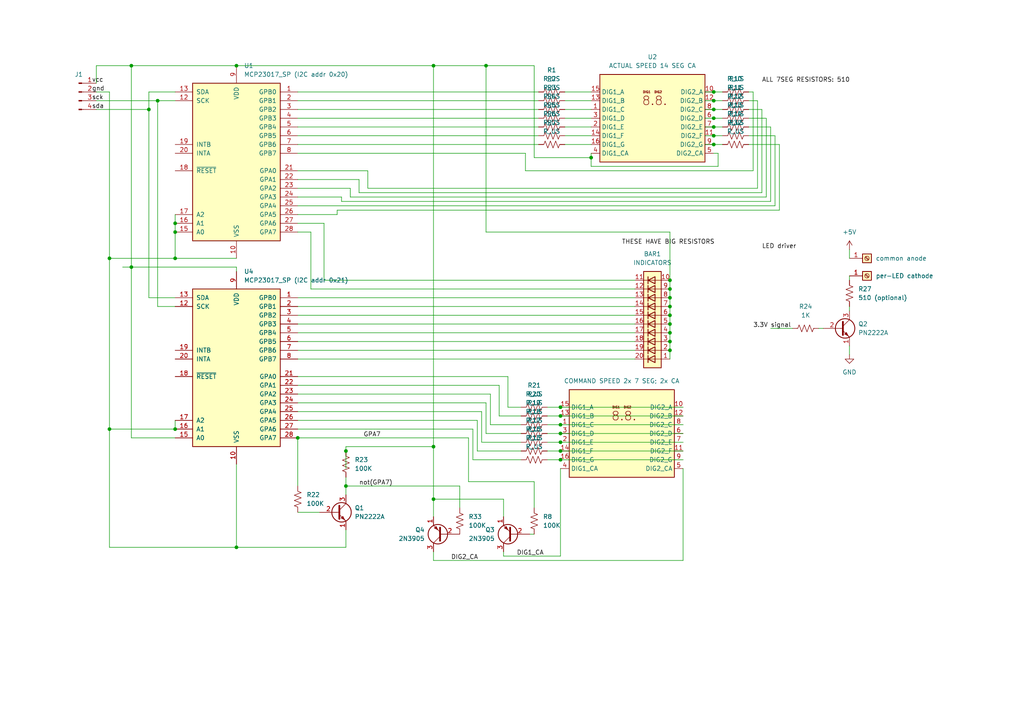
<source format=kicad_sch>
(kicad_sch (version 20230121) (generator eeschema)
  (paper "A4")
  (lib_symbols
    (symbol "Connector:Conn_01x04_Pin" (pin_names (offset 1.016) hide)
      (property "Reference" "J" (at 0 5.08 0))
      (property "Value" "Conn_01x04_Pin" (at 0 -7.62 0))
      (symbol "Conn_01x04_Pin_1_1"
        (polyline (pts (xy 1.27 -5.08) (xy 0.8636 -5.08)) (stroke (width 0.1524)))
        (polyline (pts (xy 1.27 -2.54) (xy 0.8636 -2.54)) (stroke (width 0.1524)))
        (polyline (pts (xy 1.27 0) (xy 0.8636 0)) (stroke (width 0.1524)))
        (polyline (pts (xy 1.27 2.54) (xy 0.8636 2.54)) (stroke (width 0.1524)))
        (rectangle (start 0.8636 -4.953) (end 0 -5.207) (stroke (width 0.1524)) (fill (type outline)))
        (rectangle (start 0.8636 -2.413) (end 0 -2.667) (stroke (width 0.1524)) (fill (type outline)))
        (rectangle (start 0.8636 0.127) (end 0 -0.127) (stroke (width 0.1524)) (fill (type outline)))
        (rectangle (start 0.8636 2.667) (end 0 2.413) (stroke (width 0.1524)) (fill (type outline)))
        (pin passive line (at 5.08 2.54 180) (length 3.81) (name "Pin_1") (number "1"))
        (pin passive line (at 5.08 0 180) (length 3.81) (name "Pin_2") (number "2"))
        (pin passive line (at 5.08 -2.54 180) (length 3.81) (name "Pin_3") (number "3"))
        (pin passive line (at 5.08 -5.08 180) (length 3.81) (name "Pin_4") (number "4"))
      )
    )
    (symbol "Connector:Screw_Terminal_01x01" (pin_names (offset 1.016) hide)
      (property "Reference" "J" (at 0 2.54 0))
      (property "Value" "Screw_Terminal_01x01" (at 0 -2.54 0))
      (symbol "Screw_Terminal_01x01_1_1"
        (rectangle (start -1.27 1.27) (end 1.27 -1.27) (stroke (width 0.254)) (fill (type background)))
        (polyline (pts (xy -0.5334 0.3302) (xy 0.3302 -0.508)) (stroke (width 0.1524)))
        (polyline (pts (xy -0.3556 0.508) (xy 0.508 -0.3302)) (stroke (width 0.1524)))
        (circle (center 0 0) (radius 0.635) (stroke (width 0.1524)))
        (pin passive line (at -5.08 0 0) (length 3.81) (name "Pin_1") (number "1"))
      )
    )
    (symbol "Device:R_US" (pin_numbers hide) (pin_names (offset 0))
      (property "Reference" "R" (at 2.54 0 90))
      (property "Value" "R_US" (at -2.54 0 90))
      (symbol "R_US_0_1"
        (polyline (pts (xy 0 -2.286) (xy 0 -2.54)))
        (polyline (pts (xy 0 2.286) (xy 0 2.54)))
        (polyline (pts (xy 0 -0.762) (xy 1.016 -1.143) (xy 0 -1.524) (xy -1.016 -1.905) (xy 0 -2.286)))
        (polyline (pts (xy 0 0.762) (xy 1.016 0.381) (xy 0 0) (xy -1.016 -0.381) (xy 0 -0.762)))
        (polyline (pts (xy 0 2.286) (xy 1.016 1.905) (xy 0 1.524) (xy -1.016 1.143) (xy 0 0.762)))
      )
      (symbol "R_US_1_1"
        (pin passive line (at 0 3.81 270) (length 1.27) (name "~") (number "1"))
        (pin passive line (at 0 -3.81 90) (length 1.27) (name "~") (number "2"))
      )
    )
    (symbol "Display_Character:DA04-11CGKWA"
      (property "Reference" "U" (at -13.97 13.97 0))
      (property "Value" "DA04-11CGKWA" (at 15.24 13.97 0))
      (symbol "DA04-11CGKWA_0_0"
        (text "8.8." (at 0.635 5.08 0) (effects (font (size 2.54 2.54))))
        (text "DIG1" (at -1.651 7.62 0) (effects (font (size 0.635 0.635))))
        (text "DIG2" (at 1.651 7.62 0) (effects (font (size 0.635 0.635))))
      )
      (symbol "DA04-11CGKWA_0_1"
        (rectangle (start -15.24 12.7) (end 15.24 -12.7) (stroke (width 0.254)) (fill (type background)))
      )
      (symbol "DA04-11CGKWA_1_1"
        (pin input line (at -17.78 2.54 0) (length 2.54) (name "DIG1_C") (number "1"))
        (pin input line (at 17.78 7.62 180) (length 2.54) (name "DIG2_A") (number "10"))
        (pin input line (at 17.78 -5.08 180) (length 2.54) (name "DIG2_F") (number "11"))
        (pin input line (at 17.78 5.08 180) (length 2.54) (name "DIG2_B") (number "12"))
        (pin input line (at -17.78 5.08 0) (length 2.54) (name "DIG1_B") (number "13"))
        (pin input line (at -17.78 -5.08 0) (length 2.54) (name "DIG1_F") (number "14"))
        (pin input line (at -17.78 7.62 0) (length 2.54) (name "DIG1_A") (number "15"))
        (pin input line (at -17.78 -7.62 0) (length 2.54) (name "DIG1_G") (number "16"))
        (pin input line (at -17.78 -2.54 0) (length 2.54) (name "DIG1_E") (number "2"))
        (pin input line (at -17.78 0 0) (length 2.54) (name "DIG1_D") (number "3"))
        (pin input line (at -17.78 -10.16 0) (length 2.54) (name "DIG1_CA") (number "4"))
        (pin input line (at 17.78 -10.16 180) (length 2.54) (name "DIG2_CA") (number "5"))
        (pin input line (at 17.78 0 180) (length 2.54) (name "DIG2_D") (number "6"))
        (pin input line (at 17.78 -2.54 180) (length 2.54) (name "DIG2_E") (number "7"))
        (pin input line (at 17.78 2.54 180) (length 2.54) (name "DIG2_C") (number "8"))
        (pin input line (at 17.78 -7.62 180) (length 2.54) (name "DIG2_G") (number "9"))
      )
    )
    (symbol "Interface_Expansion:MCP23017_SP" (pin_names (offset 1.016))
      (property "Reference" "U" (at -11.43 24.13 0))
      (property "Value" "MCP23017_SP" (at 0 0 0))
      (symbol "MCP23017_SP_0_1"
        (rectangle (start -12.7 22.86) (end 12.7 -22.86) (stroke (width 0.254)) (fill (type background)))
      )
      (symbol "MCP23017_SP_1_1"
        (pin bidirectional line (at 17.78 20.32 180) (length 5.08) (name "GPB0") (number "1"))
        (pin power_in line (at 0 -27.94 90) (length 5.08) (name "VSS") (number "10"))
        (pin no_connect line (at -12.7 15.24 0) (length 5.08) hide (name "NC") (number "11"))
        (pin input line (at -17.78 17.78 0) (length 5.08) (name "SCK") (number "12"))
        (pin bidirectional line (at -17.78 20.32 0) (length 5.08) (name "SDA") (number "13"))
        (pin no_connect line (at -12.7 12.7 0) (length 5.08) hide (name "NC") (number "14"))
        (pin input line (at -17.78 -20.32 0) (length 5.08) (name "A0") (number "15"))
        (pin input line (at -17.78 -17.78 0) (length 5.08) (name "A1") (number "16"))
        (pin input line (at -17.78 -15.24 0) (length 5.08) (name "A2") (number "17"))
        (pin input line (at -17.78 -2.54 0) (length 5.08) (name "~{RESET}") (number "18"))
        (pin tri_state line (at -17.78 5.08 0) (length 5.08) (name "INTB") (number "19"))
        (pin bidirectional line (at 17.78 17.78 180) (length 5.08) (name "GPB1") (number "2"))
        (pin tri_state line (at -17.78 2.54 0) (length 5.08) (name "INTA") (number "20"))
        (pin bidirectional line (at 17.78 -2.54 180) (length 5.08) (name "GPA0") (number "21"))
        (pin bidirectional line (at 17.78 -5.08 180) (length 5.08) (name "GPA1") (number "22"))
        (pin bidirectional line (at 17.78 -7.62 180) (length 5.08) (name "GPA2") (number "23"))
        (pin bidirectional line (at 17.78 -10.16 180) (length 5.08) (name "GPA3") (number "24"))
        (pin bidirectional line (at 17.78 -12.7 180) (length 5.08) (name "GPA4") (number "25"))
        (pin bidirectional line (at 17.78 -15.24 180) (length 5.08) (name "GPA5") (number "26"))
        (pin bidirectional line (at 17.78 -17.78 180) (length 5.08) (name "GPA6") (number "27"))
        (pin bidirectional line (at 17.78 -20.32 180) (length 5.08) (name "GPA7") (number "28"))
        (pin bidirectional line (at 17.78 15.24 180) (length 5.08) (name "GPB2") (number "3"))
        (pin bidirectional line (at 17.78 12.7 180) (length 5.08) (name "GPB3") (number "4"))
        (pin bidirectional line (at 17.78 10.16 180) (length 5.08) (name "GPB4") (number "5"))
        (pin bidirectional line (at 17.78 7.62 180) (length 5.08) (name "GPB5") (number "6"))
        (pin bidirectional line (at 17.78 5.08 180) (length 5.08) (name "GPB6") (number "7"))
        (pin bidirectional line (at 17.78 2.54 180) (length 5.08) (name "GPB7") (number "8"))
        (pin power_in line (at 0 27.94 270) (length 5.08) (name "VDD") (number "9"))
      )
    )
    (symbol "LED:HDSP-4850_2" (pin_names (offset 1.016) hide)
      (property "Reference" "BAR" (at 0 15.24 0))
      (property "Value" "HDSP-4850_2" (at 0 -17.78 0))
      (symbol "HDSP-4850_2_0_1"
        (rectangle (start -2.54 12.7) (end 2.54 -15.24) (stroke (width 0.254)) (fill (type background)))
        (polyline (pts (xy -2.54 -12.7) (xy 2.54 -12.7)))
        (polyline (pts (xy -2.54 -10.16) (xy 2.54 -10.16)))
        (polyline (pts (xy -2.54 -7.62) (xy 2.54 -7.62)))
        (polyline (pts (xy -2.54 -5.08) (xy 2.54 -5.08)))
        (polyline (pts (xy -2.54 0) (xy 2.54 0)))
        (polyline (pts (xy -2.54 5.08) (xy 2.54 5.08)))
        (polyline (pts (xy -2.54 7.62) (xy 2.54 7.62)))
        (polyline (pts (xy -2.54 10.16) (xy 2.54 10.16)))
        (polyline (pts (xy 1.27 -11.684) (xy 1.27 -13.716)) (stroke (width 0.254)))
        (polyline (pts (xy 1.27 -9.144) (xy 1.27 -11.176)) (stroke (width 0.254)))
        (polyline (pts (xy 1.27 -6.604) (xy 1.27 -8.636)) (stroke (width 0.254)))
        (polyline (pts (xy 1.27 -4.064) (xy 1.27 -6.096)) (stroke (width 0.254)))
        (polyline (pts (xy 1.27 -1.524) (xy 1.27 -3.556)) (stroke (width 0.254)))
        (polyline (pts (xy 1.27 1.016) (xy 1.27 -1.016)) (stroke (width 0.254)))
        (polyline (pts (xy 1.27 3.556) (xy 1.27 1.524)) (stroke (width 0.254)))
        (polyline (pts (xy 1.27 6.096) (xy 1.27 4.064)) (stroke (width 0.254)))
        (polyline (pts (xy 1.27 8.636) (xy 1.27 6.604)) (stroke (width 0.254)))
        (polyline (pts (xy 1.27 11.176) (xy 1.27 9.144)) (stroke (width 0.254)))
        (polyline (pts (xy 2.54 -2.54) (xy -2.54 -2.54)))
        (polyline (pts (xy 2.54 2.54) (xy -2.54 2.54)))
        (polyline (pts (xy -0.762 -11.684) (xy -0.762 -13.716) (xy 1.27 -12.7) (xy -0.762 -11.684)) (stroke (width 0.254)))
        (polyline (pts (xy -0.762 -9.144) (xy -0.762 -11.176) (xy 1.27 -10.16) (xy -0.762 -9.144)) (stroke (width 0.254)))
        (polyline (pts (xy -0.762 -6.604) (xy -0.762 -8.636) (xy 1.27 -7.62) (xy -0.762 -6.604)) (stroke (width 0.254)))
        (polyline (pts (xy -0.762 -4.064) (xy -0.762 -6.096) (xy 1.27 -5.08) (xy -0.762 -4.064)) (stroke (width 0.254)))
        (polyline (pts (xy -0.762 -1.524) (xy -0.762 -3.556) (xy 1.27 -2.54) (xy -0.762 -1.524)) (stroke (width 0.254)))
        (polyline (pts (xy -0.762 1.016) (xy -0.762 -1.016) (xy 1.27 0) (xy -0.762 1.016)) (stroke (width 0.254)))
        (polyline (pts (xy -0.762 3.556) (xy -0.762 1.524) (xy 1.27 2.54) (xy -0.762 3.556)) (stroke (width 0.254)))
        (polyline (pts (xy -0.762 6.096) (xy -0.762 4.064) (xy 1.27 5.08) (xy -0.762 6.096)) (stroke (width 0.254)))
        (polyline (pts (xy -0.762 8.636) (xy -0.762 6.604) (xy 1.27 7.62) (xy -0.762 8.636)) (stroke (width 0.254)))
        (polyline (pts (xy -0.762 11.176) (xy -0.762 9.144) (xy 1.27 10.16) (xy -0.762 11.176)) (stroke (width 0.254)))
      )
      (symbol "HDSP-4850_2_1_1"
        (pin passive line (at -5.08 10.16 0) (length 2.54) (name "A") (number "1"))
        (pin passive line (at -5.08 -12.7 0) (length 2.54) (name "A") (number "10"))
        (pin passive line (at 5.08 -12.7 180) (length 2.54) (name "K") (number "11"))
        (pin passive line (at 5.08 -10.16 180) (length 2.54) (name "K") (number "12"))
        (pin passive line (at 5.08 -7.62 180) (length 2.54) (name "K") (number "13"))
        (pin passive line (at 5.08 -5.08 180) (length 2.54) (name "K") (number "14"))
        (pin passive line (at 5.08 -2.54 180) (length 2.54) (name "K") (number "15"))
        (pin passive line (at 5.08 0 180) (length 2.54) (name "K") (number "16"))
        (pin passive line (at 5.08 2.54 180) (length 2.54) (name "K") (number "17"))
        (pin passive line (at 5.08 5.08 180) (length 2.54) (name "K") (number "18"))
        (pin passive line (at 5.08 7.62 180) (length 2.54) (name "K") (number "19"))
        (pin passive line (at -5.08 7.62 0) (length 2.54) (name "A") (number "2"))
        (pin passive line (at 5.08 10.16 180) (length 2.54) (name "K") (number "20"))
        (pin passive line (at -5.08 5.08 0) (length 2.54) (name "A") (number "3"))
        (pin passive line (at -5.08 2.54 0) (length 2.54) (name "A") (number "4"))
        (pin passive line (at -5.08 0 0) (length 2.54) (name "A") (number "5"))
        (pin passive line (at -5.08 -2.54 0) (length 2.54) (name "A") (number "6"))
        (pin passive line (at -5.08 -5.08 0) (length 2.54) (name "A") (number "7"))
        (pin passive line (at -5.08 -7.62 0) (length 2.54) (name "A") (number "8"))
        (pin passive line (at -5.08 -10.16 0) (length 2.54) (name "A") (number "9"))
      )
    )
    (symbol "Transistor_BJT:2N3905" (pin_names (offset 0) hide)
      (property "Reference" "Q" (at 5.08 1.905 0))
      (property "Value" "2N3905" (at 5.08 0 0))
      (symbol "2N3905_0_1"
        (polyline (pts (xy 0.635 0.635) (xy 2.54 2.54)))
        (polyline (pts (xy 0.635 -0.635) (xy 2.54 -2.54) (xy 2.54 -2.54)))
        (polyline (pts (xy 0.635 1.905) (xy 0.635 -1.905) (xy 0.635 -1.905)) (stroke (width 0.508)))
        (polyline (pts (xy 2.286 -1.778) (xy 1.778 -2.286) (xy 1.27 -1.27) (xy 2.286 -1.778) (xy 2.286 -1.778)) (fill (type outline)))
        (circle (center 1.27 0) (radius 2.8194) (stroke (width 0.254)))
      )
      (symbol "2N3905_1_1"
        (pin passive line (at 2.54 -5.08 90) (length 2.54) (name "E") (number "1"))
        (pin input line (at -5.08 0 0) (length 5.715) (name "B") (number "2"))
        (pin passive line (at 2.54 5.08 270) (length 2.54) (name "C") (number "3"))
      )
    )
    (symbol "Transistor_BJT:PN2222A" (pin_names (offset 0) hide)
      (property "Reference" "Q" (at 5.08 1.905 0))
      (property "Value" "PN2222A" (at 5.08 0 0))
      (symbol "PN2222A_0_1"
        (polyline (pts (xy 0 0) (xy 0.635 0)))
        (polyline (pts (xy 2.54 -2.54) (xy 0.635 -0.635)))
        (polyline (pts (xy 2.54 2.54) (xy 0.635 0.635)))
        (polyline (pts (xy 0.635 1.905) (xy 0.635 -1.905) (xy 0.635 -1.905)) (stroke (width 0.508)))
        (polyline (pts (xy 2.413 -2.413) (xy 1.905 -1.905) (xy 1.905 -1.905)))
        (polyline (pts (xy 1.143 -1.651) (xy 1.651 -1.143) (xy 2.159 -2.159) (xy 1.143 -1.651) (xy 1.143 -1.651)) (fill (type outline)))
        (circle (center 1.27 0) (radius 2.8194) (stroke (width 0.254)))
      )
      (symbol "PN2222A_1_1"
        (pin passive line (at 2.54 -5.08 90) (length 2.54) (name "E") (number "1"))
        (pin input line (at -5.08 0 0) (length 5.08) (name "B") (number "2"))
        (pin passive line (at 2.54 5.08 270) (length 2.54) (name "C") (number "3"))
      )
    )
    (symbol "power:+5V" (power) (pin_names (offset 0))
      (property "Value" "+5V" (at 0 3.556 0))
      (symbol "+5V_0_1"
        (polyline (pts (xy -0.762 1.27) (xy 0 2.54)))
        (polyline (pts (xy 0 0) (xy 0 2.54)))
        (polyline (pts (xy 0 2.54) (xy 0.762 1.27)))
      )
      (symbol "+5V_1_1"
        (pin power_in line (at 0 0 90) (length 0) hide (name "+5V") (number "1"))
      )
    )
    (symbol "power:GND" (power) (pin_names (offset 0))
      (property "Value" "GND" (at 0 -3.81 0))
      (symbol "GND_0_1"
        (polyline (pts (xy 0 0) (xy 0 -1.27) (xy 1.27 -1.27) (xy 0 -2.54) (xy -1.27 -1.27) (xy 0 -1.27)))
      )
      (symbol "GND_1_1"
        (pin power_in line (at 0 0 270) (length 0) hide (name "GND") (number "1"))
      )
    )
  )
  (junction (at 68.58 158.75))
  (junction (at 162.56 118.11))
  (junction (at 207.01 31.75))
  (junction (at 194.31 88.9))
  (junction (at 162.56 125.73))
  (junction (at 50.8 64.77))
  (junction (at 207.01 26.67))
  (junction (at 100.33 130.81))
  (junction (at 38.1 77.47))
  (junction (at 162.56 120.65))
  (junction (at 207.01 39.37))
  (junction (at 125.73 144.78))
  (junction (at 207.01 41.91))
  (junction (at 207.01 36.83))
  (junction (at 38.1 19.05))
  (junction (at 194.31 96.52))
  (junction (at 162.56 130.81))
  (junction (at 50.8 74.93))
  (junction (at 207.01 29.21))
  (junction (at 194.31 99.06))
  (junction (at 162.56 133.35))
  (junction (at 50.8 67.31))
  (junction (at 162.56 128.27))
  (junction (at 68.58 19.05))
  (junction (at 194.31 83.82))
  (junction (at 31.75 124.46))
  (junction (at 207.01 34.29))
  (junction (at 194.31 81.28))
  (junction (at 194.31 101.6))
  (junction (at 194.31 86.36))
  (junction (at 194.31 91.44))
  (junction (at 140.97 19.05))
  (junction (at 162.56 123.19))
  (junction (at 194.31 93.98))
  (junction (at 50.8 124.46))
  (junction (at 45.72 29.21))
  (junction (at 171.45 45.72))
  (junction (at 31.75 74.93))
  (junction (at 125.73 129.54))
  (junction (at 86.36 127))
  (junction (at 43.18 31.75))
  (junction (at 100.33 140.97))
  (junction (at 125.73 19.05))
  (wire (pts (xy 86.36 44.45) (xy 152.4 44.45)))
  (wire (pts (xy 194.31 96.52) (xy 194.31 99.06)))
  (wire (pts (xy 90.17 83.82) (xy 184.15 83.82)))
  (wire (pts (xy 86.36 127) (xy 86.36 140.97)))
  (wire (pts (xy 217.17 41.91) (xy 226.06 41.91)))
  (wire (pts (xy 38.1 127) (xy 38.1 77.47)))
  (wire (pts (xy 50.8 64.77) (xy 50.8 67.31)))
  (wire (pts (xy 86.36 59.69) (xy 224.79 59.69)))
  (wire (pts (xy 137.16 124.46) (xy 86.36 124.46)))
  (wire (pts (xy 207.01 34.29) (xy 209.55 34.29)))
  (wire (pts (xy 204.47 29.21) (xy 207.01 29.21)))
  (wire (pts (xy 100.33 138.43) (xy 100.33 140.97)))
  (wire (pts (xy 147.32 118.11) (xy 147.32 109.22)))
  (wire (pts (xy 38.1 77.47) (xy 35.56 77.47)))
  (wire (pts (xy 45.72 29.21) (xy 50.8 29.21)))
  (wire (pts (xy 246.38 90.17) (xy 246.38 88.9)))
  (wire (pts (xy 162.56 123.19) (xy 198.12 123.19)))
  (wire (pts (xy 152.4 44.45) (xy 152.4 49.53)))
  (wire (pts (xy 138.43 130.81) (xy 151.13 130.81)))
  (wire (pts (xy 204.47 36.83) (xy 207.01 36.83)))
  (wire (pts (xy 125.73 129.54) (xy 125.73 144.78)))
  (wire (pts (xy 137.16 133.35) (xy 151.13 133.35)))
  (wire (pts (xy 207.01 29.21) (xy 209.55 29.21)))
  (wire (pts (xy 162.56 118.11) (xy 198.12 118.11)))
  (wire (pts (xy 204.47 41.91) (xy 207.01 41.91)))
  (wire (pts (xy 194.31 83.82) (xy 194.31 86.36)))
  (wire (pts (xy 163.83 39.37) (xy 171.45 39.37)))
  (wire (pts (xy 142.24 123.19) (xy 151.13 123.19)))
  (wire (pts (xy 31.75 124.46) (xy 31.75 158.75)))
  (wire (pts (xy 246.38 81.28) (xy 246.38 80.01)))
  (wire (pts (xy 139.7 128.27) (xy 151.13 128.27)))
  (wire (pts (xy 106.68 54.61) (xy 219.71 54.61)))
  (wire (pts (xy 133.35 147.32) (xy 133.35 140.97)))
  (wire (pts (xy 147.32 118.11) (xy 151.13 118.11)))
  (wire (pts (xy 207.01 36.83) (xy 209.55 36.83)))
  (wire (pts (xy 86.36 127) (xy 135.89 127)))
  (wire (pts (xy 125.73 162.56) (xy 198.12 162.56)))
  (wire (pts (xy 246.38 100.33) (xy 246.38 102.87)))
  (wire (pts (xy 101.6 57.15) (xy 222.25 57.15)))
  (wire (pts (xy 31.75 74.93) (xy 31.75 26.67)))
  (wire (pts (xy 125.73 160.02) (xy 125.73 162.56)))
  (wire (pts (xy 220.98 31.75) (xy 220.98 55.88)))
  (wire (pts (xy 50.8 121.92) (xy 50.8 124.46)))
  (wire (pts (xy 223.52 36.83) (xy 223.52 58.42)))
  (wire (pts (xy 224.79 39.37) (xy 224.79 59.69)))
  (wire (pts (xy 99.06 58.42) (xy 99.06 57.15)))
  (wire (pts (xy 50.8 127) (xy 38.1 127)))
  (wire (pts (xy 146.05 161.29) (xy 162.56 161.29)))
  (wire (pts (xy 86.36 86.36) (xy 184.15 86.36)))
  (wire (pts (xy 100.33 130.81) (xy 100.33 135.89)))
  (wire (pts (xy 207.01 41.91) (xy 209.55 41.91)))
  (wire (pts (xy 135.89 139.7) (xy 154.94 139.7)))
  (wire (pts (xy 144.78 111.76) (xy 144.78 120.65)))
  (wire (pts (xy 86.36 67.31) (xy 90.17 67.31)))
  (wire (pts (xy 38.1 77.47) (xy 68.58 77.47)))
  (wire (pts (xy 163.83 41.91) (xy 171.45 41.91)))
  (wire (pts (xy 86.36 116.84) (xy 140.97 116.84)))
  (wire (pts (xy 101.6 54.61) (xy 86.36 54.61)))
  (wire (pts (xy 158.75 118.11) (xy 162.56 118.11)))
  (wire (pts (xy 207.01 44.45) (xy 208.28 44.45)))
  (wire (pts (xy 204.47 34.29) (xy 207.01 34.29)))
  (wire (pts (xy 194.31 67.31) (xy 140.97 67.31)))
  (wire (pts (xy 50.8 62.23) (xy 50.8 64.77)))
  (wire (pts (xy 125.73 144.78) (xy 125.73 149.86)))
  (wire (pts (xy 140.97 67.31) (xy 140.97 19.05)))
  (wire (pts (xy 68.58 158.75) (xy 68.58 134.62)))
  (wire (pts (xy 97.79 60.96) (xy 97.79 62.23)))
  (wire (pts (xy 162.56 133.35) (xy 198.12 133.35)))
  (wire (pts (xy 218.44 26.67) (xy 218.44 49.53)))
  (wire (pts (xy 43.18 31.75) (xy 43.18 86.36)))
  (wire (pts (xy 100.33 153.67) (xy 100.33 158.75)))
  (wire (pts (xy 86.36 93.98) (xy 184.15 93.98)))
  (wire (pts (xy 139.7 119.38) (xy 86.36 119.38)))
  (wire (pts (xy 140.97 116.84) (xy 140.97 125.73)))
  (wire (pts (xy 162.56 128.27) (xy 198.12 128.27)))
  (wire (pts (xy 142.24 114.3) (xy 86.36 114.3)))
  (wire (pts (xy 99.06 58.42) (xy 223.52 58.42)))
  (wire (pts (xy 207.01 31.75) (xy 209.55 31.75)))
  (wire (pts (xy 93.98 64.77) (xy 86.36 64.77)))
  (wire (pts (xy 86.36 88.9) (xy 184.15 88.9)))
  (wire (pts (xy 146.05 160.02) (xy 146.05 161.29)))
  (wire (pts (xy 27.94 19.05) (xy 38.1 19.05)))
  (wire (pts (xy 144.78 120.65) (xy 151.13 120.65)))
  (wire (pts (xy 50.8 26.67) (xy 43.18 26.67)))
  (wire (pts (xy 97.79 60.96) (xy 226.06 60.96)))
  (wire (pts (xy 68.58 74.93) (xy 50.8 74.93)))
  (wire (pts (xy 137.16 133.35) (xy 137.16 124.46)))
  (wire (pts (xy 31.75 74.93) (xy 50.8 74.93)))
  (wire (pts (xy 68.58 19.05) (xy 125.73 19.05)))
  (wire (pts (xy 86.36 41.91) (xy 156.21 41.91)))
  (wire (pts (xy 147.32 109.22) (xy 86.36 109.22)))
  (wire (pts (xy 223.52 95.25) (xy 229.87 95.25)))
  (wire (pts (xy 68.58 77.47) (xy 68.58 78.74)))
  (wire (pts (xy 171.45 48.26) (xy 171.45 45.72)))
  (wire (pts (xy 133.35 140.97) (xy 100.33 140.97)))
  (wire (pts (xy 31.75 124.46) (xy 50.8 124.46)))
  (wire (pts (xy 194.31 81.28) (xy 194.31 67.31)))
  (wire (pts (xy 86.36 26.67) (xy 156.21 26.67)))
  (wire (pts (xy 125.73 19.05) (xy 125.73 129.54)))
  (wire (pts (xy 222.25 34.29) (xy 222.25 57.15)))
  (wire (pts (xy 38.1 19.05) (xy 38.1 77.47)))
  (wire (pts (xy 100.33 143.51) (xy 100.33 140.97)))
  (wire (pts (xy 135.89 127) (xy 135.89 139.7)))
  (wire (pts (xy 198.12 135.89) (xy 198.12 162.56)))
  (wire (pts (xy 142.24 123.19) (xy 142.24 114.3)))
  (wire (pts (xy 171.45 44.45) (xy 171.45 45.72)))
  (wire (pts (xy 163.83 31.75) (xy 171.45 31.75)))
  (wire (pts (xy 217.17 36.83) (xy 223.52 36.83)))
  (wire (pts (xy 158.75 125.73) (xy 162.56 125.73)))
  (wire (pts (xy 207.01 26.67) (xy 209.55 26.67)))
  (wire (pts (xy 86.36 111.76) (xy 144.78 111.76)))
  (wire (pts (xy 125.73 144.78) (xy 146.05 144.78)))
  (wire (pts (xy 154.94 19.05) (xy 154.94 45.72)))
  (wire (pts (xy 237.49 95.25) (xy 238.76 95.25)))
  (wire (pts (xy 27.94 19.05) (xy 27.94 24.13)))
  (wire (pts (xy 158.75 133.35) (xy 162.56 133.35)))
  (wire (pts (xy 27.94 31.75) (xy 43.18 31.75)))
  (wire (pts (xy 226.06 41.91) (xy 226.06 60.96)))
  (wire (pts (xy 86.36 96.52) (xy 184.15 96.52)))
  (wire (pts (xy 194.31 86.36) (xy 194.31 88.9)))
  (wire (pts (xy 50.8 67.31) (xy 50.8 74.93)))
  (wire (pts (xy 163.83 36.83) (xy 171.45 36.83)))
  (wire (pts (xy 162.56 125.73) (xy 198.12 125.73)))
  (wire (pts (xy 93.98 81.28) (xy 184.15 81.28)))
  (wire (pts (xy 125.73 19.05) (xy 140.97 19.05)))
  (wire (pts (xy 163.83 26.67) (xy 171.45 26.67)))
  (wire (pts (xy 106.68 49.53) (xy 86.36 49.53)))
  (wire (pts (xy 194.31 101.6) (xy 194.31 104.14)))
  (wire (pts (xy 163.83 34.29) (xy 171.45 34.29)))
  (wire (pts (xy 27.94 29.21) (xy 45.72 29.21)))
  (wire (pts (xy 162.56 120.65) (xy 198.12 120.65)))
  (wire (pts (xy 92.71 148.59) (xy 86.36 148.59)))
  (wire (pts (xy 31.75 74.93) (xy 31.75 124.46)))
  (wire (pts (xy 86.36 39.37) (xy 156.21 39.37)))
  (wire (pts (xy 31.75 158.75) (xy 68.58 158.75)))
  (wire (pts (xy 208.28 48.26) (xy 171.45 48.26)))
  (wire (pts (xy 163.83 29.21) (xy 171.45 29.21)))
  (wire (pts (xy 204.47 31.75) (xy 207.01 31.75)))
  (wire (pts (xy 158.75 120.65) (xy 162.56 120.65)))
  (wire (pts (xy 158.75 123.19) (xy 162.56 123.19)))
  (wire (pts (xy 217.17 34.29) (xy 222.25 34.29)))
  (wire (pts (xy 194.31 91.44) (xy 194.31 93.98)))
  (wire (pts (xy 219.71 29.21) (xy 219.71 54.61)))
  (wire (pts (xy 86.36 99.06) (xy 184.15 99.06)))
  (wire (pts (xy 246.38 72.39) (xy 246.38 74.93)))
  (wire (pts (xy 101.6 54.61) (xy 101.6 57.15)))
  (wire (pts (xy 139.7 128.27) (xy 139.7 119.38)))
  (wire (pts (xy 50.8 88.9) (xy 45.72 88.9)))
  (wire (pts (xy 154.94 154.94) (xy 153.67 154.94)))
  (wire (pts (xy 86.36 104.14) (xy 184.15 104.14)))
  (wire (pts (xy 146.05 144.78) (xy 146.05 149.86)))
  (wire (pts (xy 204.47 39.37) (xy 207.01 39.37)))
  (wire (pts (xy 43.18 26.67) (xy 43.18 31.75)))
  (wire (pts (xy 104.14 52.07) (xy 86.36 52.07)))
  (wire (pts (xy 38.1 19.05) (xy 68.58 19.05)))
  (wire (pts (xy 97.79 62.23) (xy 86.36 62.23)))
  (wire (pts (xy 217.17 29.21) (xy 219.71 29.21)))
  (wire (pts (xy 86.36 121.92) (xy 138.43 121.92)))
  (wire (pts (xy 104.14 55.88) (xy 220.98 55.88)))
  (wire (pts (xy 100.33 158.75) (xy 68.58 158.75)))
  (wire (pts (xy 194.31 88.9) (xy 194.31 91.44)))
  (wire (pts (xy 100.33 129.54) (xy 125.73 129.54)))
  (wire (pts (xy 86.36 36.83) (xy 156.21 36.83)))
  (wire (pts (xy 90.17 67.31) (xy 90.17 83.82)))
  (wire (pts (xy 208.28 44.45) (xy 208.28 48.26)))
  (wire (pts (xy 194.31 99.06) (xy 194.31 101.6)))
  (wire (pts (xy 154.94 139.7) (xy 154.94 147.32)))
  (wire (pts (xy 43.18 86.36) (xy 50.8 86.36)))
  (wire (pts (xy 140.97 19.05) (xy 154.94 19.05)))
  (wire (pts (xy 104.14 55.88) (xy 104.14 52.07)))
  (wire (pts (xy 86.36 31.75) (xy 156.21 31.75)))
  (wire (pts (xy 86.36 91.44) (xy 184.15 91.44)))
  (wire (pts (xy 162.56 130.81) (xy 198.12 130.81)))
  (wire (pts (xy 45.72 88.9) (xy 45.72 29.21)))
  (wire (pts (xy 218.44 26.67) (xy 217.17 26.67)))
  (wire (pts (xy 204.47 26.67) (xy 207.01 26.67)))
  (wire (pts (xy 158.75 128.27) (xy 162.56 128.27)))
  (wire (pts (xy 207.01 39.37) (xy 209.55 39.37)))
  (wire (pts (xy 162.56 161.29) (xy 162.56 135.89)))
  (wire (pts (xy 194.31 81.28) (xy 194.31 83.82)))
  (wire (pts (xy 86.36 29.21) (xy 156.21 29.21)))
  (wire (pts (xy 158.75 130.81) (xy 162.56 130.81)))
  (wire (pts (xy 217.17 39.37) (xy 224.79 39.37)))
  (wire (pts (xy 138.43 121.92) (xy 138.43 130.81)))
  (wire (pts (xy 86.36 34.29) (xy 156.21 34.29)))
  (wire (pts (xy 99.06 57.15) (xy 86.36 57.15)))
  (wire (pts (xy 93.98 81.28) (xy 93.98 64.77)))
  (wire (pts (xy 217.17 31.75) (xy 220.98 31.75)))
  (wire (pts (xy 194.31 93.98) (xy 194.31 96.52)))
  (wire (pts (xy 106.68 49.53) (xy 106.68 54.61)))
  (wire (pts (xy 140.97 125.73) (xy 151.13 125.73)))
  (wire (pts (xy 100.33 129.54) (xy 100.33 130.81)))
  (wire (pts (xy 154.94 45.72) (xy 171.45 45.72)))
  (wire (pts (xy 152.4 49.53) (xy 218.44 49.53)))
  (wire (pts (xy 86.36 101.6) (xy 184.15 101.6)))
  (wire (pts (xy 31.75 26.67) (xy 27.94 26.67)))
  (label "LED driver" (at 220.98 72.39 0))
  (label "DIG2_CA" (at 130.81 162.56 0))
  (label "sck" (at 26.67 29.21 0))
  (label "ALL 7SEG RESISTORS: 510" (at 220.98 24.13 0))
  (label "DIG1_CA" (at 149.86 161.29 0))
  (label "not(GPA7)" (at 104.14 140.97 0))
  (label "gnd" (at 26.67 26.67 0))
  (label "3.3V signal" (at 218.44 95.25 0))
  (label "GPA7" (at 105.41 127 0))
  (label "sda" (at 26.67 31.75 0))
  (label "vcc" (at 26.67 24.13 0))
  (label "THESE HAVE BIG RESISTORS" (at 180.34 71.12 0))
  (symbol (lib_id "LED:HDSP-4850_2") (at 189.23 93.98 180) (unit 1)
    (property "Reference" "BAR1" (at 189.23 73.66 0))
    (property "Value" "INDICATORS" (at 189.23 76.2 0))
    (property "Footprint" "Display:HDSP-4850" (effects hide))
    (property "Datasheet" "https://docs.broadcom.com/docs/AV02-1798EN" (effects hide))
  )
  (symbol (lib_id "Device:R_US") (at 213.36 41.91 90) (unit 1)
    (property "Reference" "R32" (at 213.36 35.56 90))
    (property "Value" "R_US" (at 213.36 38.1 90))
  )
  (symbol (lib_id "Device:R_US") (at 100.33 134.62 0) (unit 1)
    (property "Reference" "R23" (at 102.87 133.35 0) (effects (justify left)))
    (property "Value" "100K" (at 102.87 135.89 0) (effects (justify left)))
  )
  (symbol (lib_id "Device:R_US") (at 154.94 118.11 90) (unit 1)
    (property "Reference" "R21" (at 154.94 111.76 90))
    (property "Value" "R_US" (at 154.94 114.3 90))
  )
  (symbol (lib_id "Device:R_US") (at 160.02 31.75 90) (unit 1)
    (property "Reference" "R3" (at 160.02 25.4 90))
    (property "Value" "R_US" (at 160.02 27.94 90))
  )
  (symbol (lib_id "Device:R_US") (at 154.94 120.65 90) (unit 1)
    (property "Reference" "R20" (at 154.94 114.3 90))
    (property "Value" "R_US" (at 154.94 116.84 90))
  )
  (symbol (lib_id "Device:R_US") (at 154.94 123.19 90) (unit 1)
    (property "Reference" "R19" (at 154.94 116.84 90))
    (property "Value" "R_US" (at 154.94 119.38 90))
  )
  (symbol (lib_id "Device:R_US") (at 154.94 151.13 0) (unit 1)
    (property "Reference" "R8" (at 157.48 149.86 0) (effects (justify left)))
    (property "Value" "100K" (at 157.48 152.4 0) (effects (justify left)))
  )
  (symbol (lib_id "Transistor_BJT:PN2222A") (at 97.79 148.59 0) (unit 1)
    (property "Reference" "Q1" (at 102.87 147.32 0) (effects (justify left)))
    (property "Value" "PN2222A" (at 102.87 149.86 0) (effects (justify left)))
    (property "Footprint" "Package_TO_SOT_THT:TO-92_Inline" (effects hide))
    (property "Datasheet" "https://www.onsemi.com/pub/Collateral/PN2222-D.PDF" (effects hide))
  )
  (symbol (lib_id "Display_Character:DA04-11CGKWA") (at 189.23 34.29 0) (unit 1)
    (property "Reference" "U2" (at 189.23 16.51 0))
    (property "Value" "ACTUAL SPEED 14 SEG CA" (at 189.23 19.05 0))
    (property "Footprint" "Display_7Segment:DA04-11CGKWA" (effects hide))
    (property "Datasheet" "http://www.kingbright.com/attachments/file/psearch/000/00/00/DA04-11CGKWA(Ver.6A).pdf" (effects hide))
  )
  (symbol (lib_id "Device:R_US") (at 133.35 151.13 0) (unit 1)
    (property "Reference" "R33" (at 135.89 149.86 0) (effects (justify left)))
    (property "Value" "100K" (at 135.89 152.4 0) (effects (justify left)))
  )
  (symbol (lib_id "Device:R_US") (at 213.36 29.21 90) (unit 1)
    (property "Reference" "R10" (at 213.36 22.86 90))
    (property "Value" "R_US" (at 213.36 25.4 90))
  )
  (symbol (lib_id "Device:R_US") (at 160.02 41.91 90) (unit 1)
    (property "Reference" "R7" (at 160.02 35.56 90))
    (property "Value" "R_US" (at 160.02 38.1 90))
  )
  (symbol (lib_id "Display_Character:DA04-11CGKWA") (at 180.34 125.73 0) (unit 1)
    (property "Reference" "U3" (effects hide))
    (property "Value" "COMMAND SPEED 2x 7 SEG; 2x CA" (at 180.34 110.49 0))
    (property "Footprint" "Display_7Segment:DA04-11CGKWA" (effects hide))
    (property "Datasheet" "http://www.kingbright.com/attachments/file/psearch/000/00/00/DA04-11CGKWA(Ver.6A).pdf" (effects hide))
  )
  (symbol (lib_id "Device:R_US") (at 213.36 26.67 90) (unit 1)
    (property "Reference" "R9" (effects hide))
    (property "Value" "R_US" (at 213.36 22.86 90))
  )
  (symbol (lib_id "Device:R_US") (at 154.94 125.73 90) (unit 1)
    (property "Reference" "R18" (at 154.94 119.38 90))
    (property "Value" "R_US" (at 154.94 121.92 90))
  )
  (symbol (lib_id "Connector:Conn_01x04_Pin") (at 22.86 26.67 0) (unit 1)
    (property "Reference" "J1" (at 22.86 21.59 0))
    (property "Value" "Conn_01x04_Pin" (effects hide))
  )
  (symbol (lib_id "Device:R_US") (at 86.36 144.78 0) (unit 1)
    (property "Reference" "R22" (at 88.9 143.51 0) (effects (justify left)))
    (property "Value" "100K" (at 88.9 146.05 0) (effects (justify left)))
  )
  (symbol (lib_id "Device:R_US") (at 246.38 85.09 180) (unit 1)
    (property "Reference" "R27" (at 248.92 83.82 0) (effects (justify right)))
    (property "Value" "510 (optional)" (at 248.92 86.36 0) (effects (justify right)))
  )
  (symbol (lib_id "Device:R_US") (at 213.36 36.83 90) (unit 1)
    (property "Reference" "R13" (at 213.36 30.48 90))
    (property "Value" "R_US" (at 213.36 33.02 90))
  )
  (symbol (lib_id "Device:R_US") (at 154.94 130.81 90) (unit 1)
    (property "Reference" "R16" (at 154.94 124.46 90))
    (property "Value" "R_US" (at 154.94 127 90))
  )
  (symbol (lib_id "power:GND") (at 246.38 102.87 0) (unit 1)
    (property "Reference" "#PWR01" (effects hide))
    (property "Value" "GND" (at 246.38 107.95 0))
  )
  (symbol (lib_id "Device:R_US") (at 213.36 31.75 90) (unit 1)
    (property "Reference" "R11" (at 213.36 25.4 90))
    (property "Value" "R_US" (at 213.36 27.94 90))
  )
  (symbol (lib_id "Device:R_US") (at 233.68 95.25 90) (unit 1)
    (property "Reference" "R24" (at 233.68 88.9 90))
    (property "Value" "1K" (at 233.68 91.44 90))
  )
  (symbol (lib_id "Device:R_US") (at 160.02 36.83 90) (unit 1)
    (property "Reference" "R5" (at 160.02 30.48 90))
    (property "Value" "R_US" (at 160.02 33.02 90))
  )
  (symbol (lib_id "Transistor_BJT:2N3905") (at 148.59 154.94 180) (unit 1)
    (property "Reference" "Q3" (at 143.51 153.67 0) (effects (justify left)))
    (property "Value" "2N3905" (at 143.51 156.21 0) (effects (justify left)))
    (property "Footprint" "Package_TO_SOT_THT:TO-92_Inline" (effects hide))
    (property "Datasheet" "https://www.nteinc.com/specs/original/2N3905_06.pdf" (effects hide))
  )
  (symbol (lib_id "Device:R_US") (at 213.36 39.37 90) (unit 1)
    (property "Reference" "R14" (at 213.36 33.02 90))
    (property "Value" "R_US" (at 213.36 35.56 90))
  )
  (symbol (lib_id "Interface_Expansion:MCP23017_SP") (at 68.58 106.68 0) (unit 1)
    (property "Reference" "U4" (at 70.7741 78.74 0) (effects (justify left)))
    (property "Value" "MCP23017_SP (I2C addr 0x21)" (at 70.7741 81.28 0) (effects (justify left)))
    (property "Footprint" "Package_DIP:DIP-28_W7.62mm" (effects hide))
    (property "Datasheet" "http://ww1.microchip.com/downloads/en/DeviceDoc/20001952C.pdf" (effects hide))
  )
  (symbol (lib_id "Device:R_US") (at 160.02 26.67 90) (unit 1)
    (property "Reference" "R1" (at 160.02 20.32 90))
    (property "Value" "R_US" (at 160.02 22.86 90))
  )
  (symbol (lib_id "Device:R_US") (at 160.02 34.29 90) (unit 1)
    (property "Reference" "R4" (at 160.02 27.94 90))
    (property "Value" "R_US" (at 160.02 30.48 90))
  )
  (symbol (lib_id "Device:R_US") (at 160.02 39.37 90) (unit 1)
    (property "Reference" "R6" (at 160.02 33.02 90))
    (property "Value" "R_US" (at 160.02 35.56 90))
  )
  (symbol (lib_id "Transistor_BJT:PN2222A") (at 243.84 95.25 0) (unit 1)
    (property "Reference" "Q2" (at 248.92 93.98 0) (effects (justify left)))
    (property "Value" "PN2222A" (at 248.92 96.52 0) (effects (justify left)))
    (property "Footprint" "Package_TO_SOT_THT:TO-92_Inline" (effects hide))
    (property "Datasheet" "https://www.onsemi.com/pub/Collateral/PN2222-D.PDF" (effects hide))
  )
  (symbol (lib_id "Connector:Screw_Terminal_01x01") (at 251.46 80.01 0) (unit 1)
    (property "Reference" "J3" (effects hide))
    (property "Value" "per-LED cathode" (at 254 80.01 0) (effects (justify left)))
  )
  (symbol (lib_id "Transistor_BJT:2N3905") (at 128.27 154.94 180) (unit 1)
    (property "Reference" "Q4" (at 123.19 153.67 0) (effects (justify left)))
    (property "Value" "2N3905" (at 123.19 156.21 0) (effects (justify left)))
    (property "Footprint" "Package_TO_SOT_THT:TO-92_Inline" (effects hide))
    (property "Datasheet" "https://www.nteinc.com/specs/original/2N3905_06.pdf" (effects hide))
  )
  (symbol (lib_id "Connector:Screw_Terminal_01x01") (at 251.46 74.93 0) (unit 1)
    (property "Reference" "J2" (effects hide))
    (property "Value" "common anode" (at 254 74.93 0) (effects (justify left)))
  )
  (symbol (lib_id "Device:R_US") (at 154.94 133.35 90) (unit 1)
    (property "Reference" "R15" (at 154.94 127 90))
    (property "Value" "R_US" (at 154.94 129.54 90))
  )
  (symbol (lib_id "Device:R_US") (at 160.02 29.21 90) (unit 1)
    (property "Reference" "R2" (at 160.02 22.86 90))
    (property "Value" "R_US" (at 160.02 25.4 90))
  )
  (symbol (lib_id "Device:R_US") (at 213.36 34.29 90) (unit 1)
    (property "Reference" "R12" (at 213.36 27.94 90))
    (property "Value" "R_US" (at 213.36 30.48 90))
  )
  (symbol (lib_id "Interface_Expansion:MCP23017_SP") (at 68.58 46.99 0) (unit 1)
    (property "Reference" "U1" (at 70.7741 19.05 0) (effects (justify left)))
    (property "Value" "MCP23017_SP (I2C addr 0x20)" (at 70.7741 21.59 0) (effects (justify left)))
    (property "Footprint" "Package_DIP:DIP-28_W7.62mm" (effects hide))
    (property "Datasheet" "http://ww1.microchip.com/downloads/en/DeviceDoc/20001952C.pdf" (effects hide))
  )
  (symbol (lib_id "power:+5V") (at 246.38 72.39 0) (unit 1)
    (property "Reference" "#PWR02" (effects hide))
    (property "Value" "+5V" (at 246.38 67.31 0))
  )
  (symbol (lib_id "Device:R_US") (at 154.94 128.27 90) (unit 1)
    (property "Reference" "R17" (at 154.94 121.92 90))
    (property "Value" "R_US" (at 154.94 124.46 90))
  )
)
</source>
